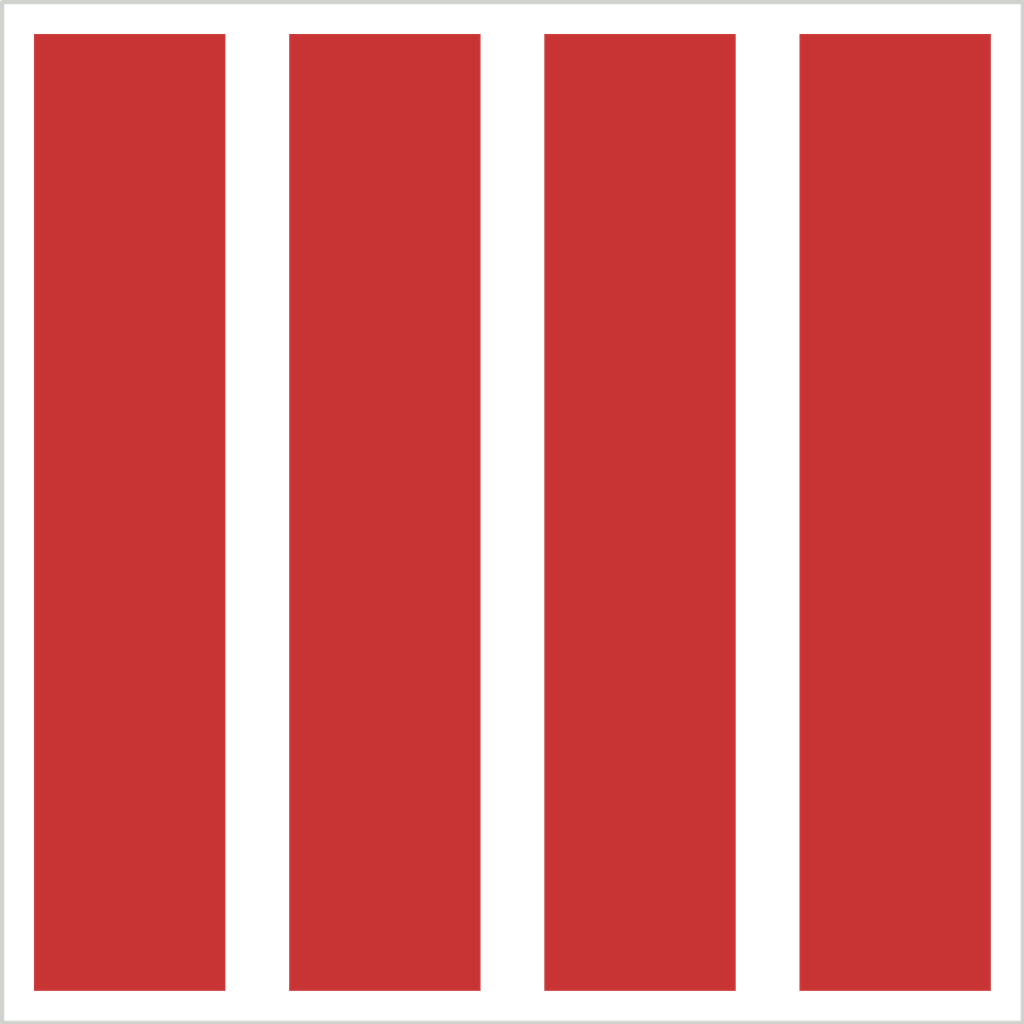
<source format=kicad_pcb>
(kicad_pcb (version 20221018) (generator pcbnew)

  (general
    (thickness 1.6)
  )

  (paper "A4")
  (layers
    (0 "F.Cu" signal)
    (31 "B.Cu" signal)
    (32 "B.Adhes" user "B.Adhesive")
    (33 "F.Adhes" user "F.Adhesive")
    (34 "B.Paste" user)
    (35 "F.Paste" user)
    (36 "B.SilkS" user "B.Silkscreen")
    (37 "F.SilkS" user "F.Silkscreen")
    (38 "B.Mask" user)
    (39 "F.Mask" user)
    (40 "Dwgs.User" user "User.Drawings")
    (41 "Cmts.User" user "User.Comments")
    (42 "Eco1.User" user "User.Eco1")
    (43 "Eco2.User" user "User.Eco2")
    (44 "Edge.Cuts" user)
    (45 "Margin" user)
    (46 "B.CrtYd" user "B.Courtyard")
    (47 "F.CrtYd" user "F.Courtyard")
    (48 "B.Fab" user)
    (49 "F.Fab" user)
    (50 "User.1" user)
    (51 "User.2" user)
    (52 "User.3" user)
    (53 "User.4" user)
    (54 "User.5" user)
    (55 "User.6" user)
    (56 "User.7" user)
    (57 "User.8" user)
    (58 "User.9" user)
  )

  (setup
    (pad_to_mask_clearance 0)
    (pcbplotparams
      (layerselection 0x00010fc_ffffffff)
      (plot_on_all_layers_selection 0x0000000_00000000)
      (disableapertmacros false)
      (usegerberextensions false)
      (usegerberattributes true)
      (usegerberadvancedattributes true)
      (creategerberjobfile true)
      (dashed_line_dash_ratio 12.000000)
      (dashed_line_gap_ratio 3.000000)
      (svgprecision 4)
      (plotframeref false)
      (viasonmask false)
      (mode 1)
      (useauxorigin false)
      (hpglpennumber 1)
      (hpglpenspeed 20)
      (hpglpendiameter 15.000000)
      (dxfpolygonmode true)
      (dxfimperialunits true)
      (dxfusepcbnewfont true)
      (psnegative false)
      (psa4output false)
      (plotreference true)
      (plotvalue true)
      (plotinvisibletext false)
      (sketchpadsonfab false)
      (subtractmaskfromsilk false)
      (outputformat 1)
      (mirror false)
      (drillshape 1)
      (scaleselection 1)
      (outputdirectory "")
    )
  )

  (net 0 "")

  (gr_rect (start 137 60) (end 141.5 82.5)
    (stroke (width 0) (type solid)) (fill solid) (layer "F.Cu") (tstamp 859a4f72-ea81-4ea4-9377-2aa1ae09797e))
  (gr_rect (start 131 60) (end 135.5 82.5)
    (stroke (width 0) (type solid)) (fill solid) (layer "F.Cu") (tstamp d0af29e6-9cb1-441c-ae81-2c4597ea81e0))
  (gr_rect (start 149 60) (end 153.5 82.5)
    (stroke (width 0) (type solid)) (fill solid) (layer "F.Cu") (tstamp ea1618c7-2229-4f9f-ac9a-d0f1460915f6))
  (gr_rect (start 143 60) (end 147.5 82.5)
    (stroke (width 0) (type solid)) (fill solid) (layer "F.Cu") (tstamp fe551556-d2a5-496d-822f-081bced9d0dd))
  (gr_circle (center 139.25 62.75) (end 141.5 62.75)
    (stroke (width 0) (type solid)) (fill solid) (layer "F.Mask") (tstamp 381a3e42-0609-4b1e-b461-81c83d510c7e))
  (gr_rect (start 143 78) (end 147.5 82.5)
    (stroke (width 0) (type solid)) (fill solid) (layer "F.Mask") (tstamp 60963ba2-29e1-4445-99b6-73c3cceb111b))
  (gr_circle (center 145.25 62.75) (end 147.5 62.75)
    (stroke (width 0) (type solid)) (fill solid) (layer "F.Mask") (tstamp 804c69c6-1f64-4220-8afa-e6ad49623ab6))
  (gr_circle (center 151.25 62.75) (end 153.5 62.75)
    (stroke (width 0) (type solid)) (fill solid) (layer "F.Mask") (tstamp b1454e76-ad4b-4fe4-897e-d73a75b05445))
  (gr_circle (center 133.25 62.75) (end 135.5 62.75)
    (stroke (width 0) (type solid)) (fill solid) (layer "F.Mask") (tstamp b2bbf033-0336-4a34-830c-a05b8cac06fd))
  (gr_rect (start 137 78) (end 141.5 82.5)
    (stroke (width 0) (type solid)) (fill solid) (layer "F.Mask") (tstamp d3bf10f5-b892-4b60-a5ec-d8b9c7f42164))
  (gr_rect (start 131 78) (end 135.5 82.5)
    (stroke (width 0) (type solid)) (fill solid) (layer "F.Mask") (tstamp d5a3ad35-dd7b-4dc7-897a-79649f3f2c75))
  (gr_rect (start 149 78) (end 153.5 82.5)
    (stroke (width 0) (type solid)) (fill solid) (layer "F.Mask") (tstamp d9c9a0e7-dcb0-4fda-8df8-28af2a0ad8cf))
  (gr_rect (start 130.25 59.25) (end 154.25 83.25)
    (stroke (width 0.1) (type default)) (fill none) (layer "Edge.Cuts") (tstamp 4db94d53-d259-4f31-bc59-e883fdc5eb83))
  (gr_circle (center 133.25 62.75) (end 136 62.75)
    (stroke (width 0.15) (type default)) (fill none) (layer "User.1") (tstamp 3ea173a8-eb8e-4365-9067-d595e86dcb0f))
  (gr_circle (center 145.25 62.75) (end 148 62.75)
    (stroke (width 0.15) (type default)) (fill none) (layer "User.1") (tstamp a7da3692-e65e-48b5-a00c-5f05b0d193e4))
  (gr_circle (center 139.25 62.75) (end 142 62.75)
    (stroke (width 0.15) (type default)) (fill none) (layer "User.1") (tstamp d14d3ecf-2f25-4f78-95e0-508b21f6419b))
  (gr_circle (center 151.25 62.75) (end 154 62.75)
    (stroke (width 0.15) (type default)) (fill none) (layer "User.1") (tstamp f68be659-4cf9-42f3-9e7e-b513883aa377))

)

</source>
